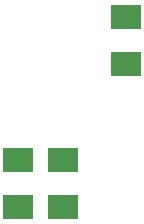
<source format=gtp>
G04 #@! TF.GenerationSoftware,KiCad,Pcbnew,(5.1.6)-1*
G04 #@! TF.CreationDate,2020-08-05T18:30:33+02:00*
G04 #@! TF.ProjectId,C64-PSU-251053-11_Austauschplatine,4336342d-5053-4552-9d32-35313035332d,0.3.1*
G04 #@! TF.SameCoordinates,Original*
G04 #@! TF.FileFunction,Paste,Top*
G04 #@! TF.FilePolarity,Positive*
%FSLAX46Y46*%
G04 Gerber Fmt 4.6, Leading zero omitted, Abs format (unit mm)*
G04 Created by KiCad (PCBNEW (5.1.6)-1) date 2020-08-05 18:30:33*
%MOMM*%
%LPD*%
G01*
G04 APERTURE LIST*
%ADD10R,2.500000X2.000000*%
G04 APERTURE END LIST*
D10*
X125095000Y-110490000D03*
X125095000Y-106490000D03*
X121285000Y-106490000D03*
X121285000Y-110490000D03*
X130429000Y-98425000D03*
X130429000Y-94425000D03*
M02*

</source>
